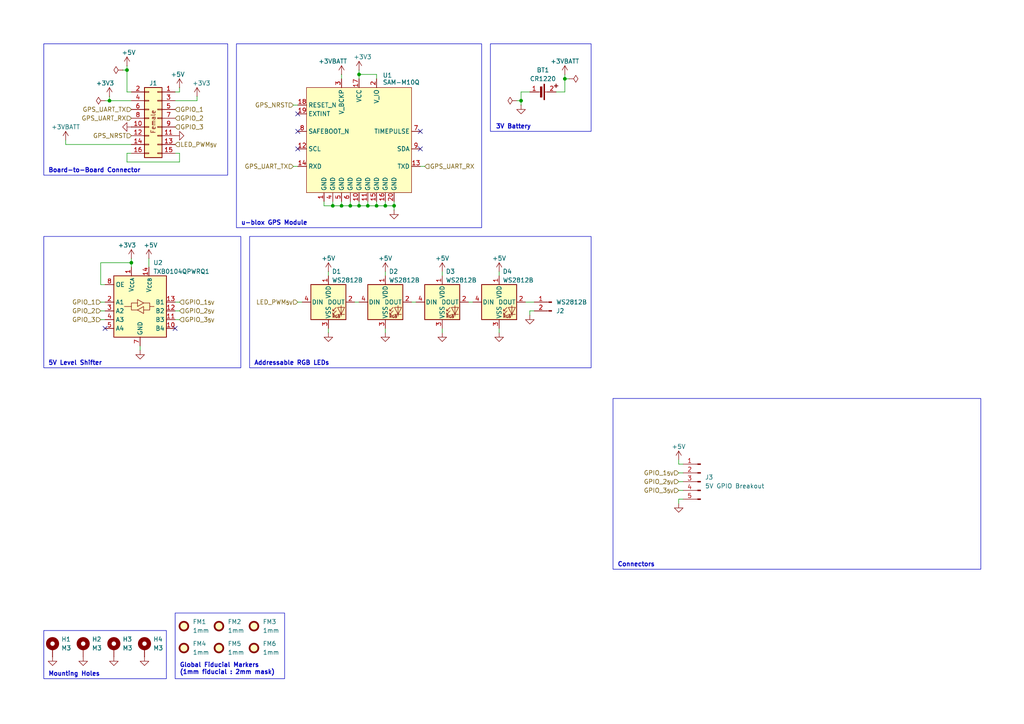
<source format=kicad_sch>
(kicad_sch (version 20231120) (generator "eeschema") (generator_version "8.0")
  (paper "A4")
  (title_block (title "Nerve GPS PCB") (rev "0.1.0-alpha") (company "Daniel Jeon"))
  (lib_symbols
    (symbol "Connector:Conn_01x02_Pin" (pin_names (offset 1.016) hide)
      (property "Reference" "J" (at 0 2.54 0))
      (property "Value" "Conn_01x02_Pin" (at 0 -5.08 0))
      (symbol "Conn_01x02_Pin_1_1"
        (polyline (pts (xy 1.27 -2.54) (xy 0.8636 -2.54)) (stroke (width 0.1524)))
        (polyline (pts (xy 1.27 0) (xy 0.8636 0)) (stroke (width 0.1524)))
        (rectangle (start 0.8636 -2.413) (end 0 -2.667) (stroke (width 0.1524)) (fill (type outline)))
        (rectangle (start 0.8636 0.127) (end 0 -0.127) (stroke (width 0.1524)) (fill (type outline)))
        (pin passive line (at 5.08 0 180) (length 3.81) (name "Pin_1") (number "1"))
        (pin passive line (at 5.08 -2.54 180) (length 3.81) (name "Pin_2") (number "2"))
      )
    )
    (symbol "Connector:Conn_01x05_Pin" (pin_names (offset 1.016) hide)
      (property "Reference" "J" (at 0 7.62 0))
      (property "Value" "Conn_01x05_Pin" (at 0 -7.62 0))
      (symbol "Conn_01x05_Pin_1_1"
        (polyline (pts (xy 1.27 -5.08) (xy 0.8636 -5.08)) (stroke (width 0.1524)))
        (polyline (pts (xy 1.27 -2.54) (xy 0.8636 -2.54)) (stroke (width 0.1524)))
        (polyline (pts (xy 1.27 0) (xy 0.8636 0)) (stroke (width 0.1524)))
        (polyline (pts (xy 1.27 2.54) (xy 0.8636 2.54)) (stroke (width 0.1524)))
        (polyline (pts (xy 1.27 5.08) (xy 0.8636 5.08)) (stroke (width 0.1524)))
        (rectangle (start 0.8636 -4.953) (end 0 -5.207) (stroke (width 0.1524)) (fill (type outline)))
        (rectangle (start 0.8636 -2.413) (end 0 -2.667) (stroke (width 0.1524)) (fill (type outline)))
        (rectangle (start 0.8636 0.127) (end 0 -0.127) (stroke (width 0.1524)) (fill (type outline)))
        (rectangle (start 0.8636 2.667) (end 0 2.413) (stroke (width 0.1524)) (fill (type outline)))
        (rectangle (start 0.8636 5.207) (end 0 4.953) (stroke (width 0.1524)) (fill (type outline)))
        (pin passive line (at 5.08 5.08 180) (length 3.81) (name "Pin_1") (number "1"))
        (pin passive line (at 5.08 2.54 180) (length 3.81) (name "Pin_2") (number "2"))
        (pin passive line (at 5.08 0 180) (length 3.81) (name "Pin_3") (number "3"))
        (pin passive line (at 5.08 -2.54 180) (length 3.81) (name "Pin_4") (number "4"))
        (pin passive line (at 5.08 -5.08 180) (length 3.81) (name "Pin_5") (number "5"))
      )
    )
    (symbol "LED:WS2812B" (pin_names (offset 0.254))
      (property "Reference" "D" (at 5.08 5.715 0))
      (property "Value" "WS2812B" (at 1.27 -5.715 0))
      (symbol "WS2812B_0_0"
        (text "RGB" (at 2.286 -4.191 0) (effects (font (size 0.762 0.762))))
      )
      (symbol "WS2812B_0_1"
        (polyline (pts (xy 1.27 -3.556) (xy 1.778 -3.556)))
        (polyline (pts (xy 1.27 -2.54) (xy 1.778 -2.54)))
        (polyline (pts (xy 4.699 -3.556) (xy 2.667 -3.556)))
        (polyline (pts (xy 2.286 -2.54) (xy 1.27 -3.556) (xy 1.27 -3.048)))
        (polyline (pts (xy 2.286 -1.524) (xy 1.27 -2.54) (xy 1.27 -2.032)))
        (polyline (pts (xy 3.683 -1.016) (xy 3.683 -3.556) (xy 3.683 -4.064)))
        (polyline (pts (xy 4.699 -1.524) (xy 2.667 -1.524) (xy 3.683 -3.556) (xy 4.699 -1.524)))
        (rectangle (start 5.08 5.08) (end -5.08 -5.08) (stroke (width 0.254)) (fill (type background)))
      )
      (symbol "WS2812B_1_1"
        (pin power_in line (at 0 7.62 270) (length 2.54) (name "VDD") (number "1"))
        (pin output line (at 7.62 0 180) (length 2.54) (name "DOUT") (number "2"))
        (pin power_in line (at 0 -7.62 90) (length 2.54) (name "VSS") (number "3"))
        (pin input line (at -7.62 0 0) (length 2.54) (name "DIN") (number "4"))
      )
    )
    (symbol "Mechanical:Fiducial" (exclude_from_sim yes) (in_bom no)
      (property "Reference" "FID" (at 0 5.08 0))
      (property "Value" "Fiducial" (at 0 3.175 0))
      (symbol "Fiducial_0_1"
        (circle (center 0 0) (radius 1.27) (stroke (width 0.508)) (fill (type background)))
      )
    )
    (symbol "Mechanical:MountingHole_Pad" (pin_numbers hide) (pin_names (offset 1.016) hide) (exclude_from_sim yes) (in_bom no)
      (property "Reference" "H" (at 0 6.35 0))
      (property "Value" "MountingHole_Pad" (at 0 4.445 0))
      (symbol "MountingHole_Pad_0_1"
        (circle (center 0 1.27) (radius 1.27) (stroke (width 1.27)))
      )
      (symbol "MountingHole_Pad_1_1"
        (pin input line (at 0 -2.54 90) (length 2.54) (name "1") (number "1"))
      )
    )
    (symbol "common:harwin_s8411-45r_cr1220_battery" (pin_names (offset 1.016))
      (property "Reference" "BT" (at 0 6.35 0))
      (property "Value" "CR1220" (at 0 3.81 0))
      (symbol "harwin_s8411-45r_cr1220_battery_0_1"
        (rectangle (start -0.254 -1.524) (end -0.762 1.524) (fill (type outline)))
        (polyline (pts (xy -0.508 0) (xy -1.27 0)))
        (polyline (pts (xy 0.508 0) (xy 1.27 0)))
        (polyline (pts (xy 3.81 1.27) (xy 3.81 2.286)) (stroke (width 0.254)))
        (polyline (pts (xy 4.318 1.778) (xy 3.302 1.778)) (stroke (width 0.254)))
        (rectangle (start 0.254 2.286) (end 0.508 -2.286) (fill (type outline)))
      )
      (symbol "harwin_s8411-45r_cr1220_battery_1_1"
        (pin passive line (at -3.81 0 0) (length 2.54) (name "") (number "1"))
        (pin passive line (at 3.81 0 180) (length 2.54) (name "") (number "2"))
      )
    )
    (symbol "common:txb0104qpwrq1"
      (property "Reference" "U" (at -6.35 10.16 0))
      (property "Value" "TXB0104QPWRQ1" (at 3.81 10.16 0))
      (symbol "txb0104qpwrq1_0_1"
        (rectangle (start -7.62 8.89) (end 7.62 -8.89) (stroke (width 0.254)) (fill (type background)))
        (polyline (pts (xy -2.54 0) (xy -2.54 1.016) (xy -0.762 1.016)))
        (polyline (pts (xy 2.794 0) (xy 2.794 -1.016) (xy 1.016 -1.016)))
        (polyline (pts (xy -0.762 -1.016) (xy -2.54 -1.016) (xy -2.54 0) (xy -4.572 0)))
        (polyline (pts (xy -0.762 -1.016) (xy 1.016 0) (xy 1.016 -2.032) (xy -0.762 -1.016)))
        (polyline (pts (xy 1.016 1.016) (xy -0.762 0) (xy -0.762 2.032) (xy 1.016 1.016)))
        (polyline (pts (xy 1.016 1.016) (xy 2.794 1.016) (xy 2.794 0) (xy 4.064 0)))
      )
      (symbol "txb0104qpwrq1_1_1"
        (pin power_in line (at -2.54 11.43 270) (length 2.54) (name "V_{CCA}") (number "1"))
        (pin bidirectional line (at 10.16 -6.35 180) (length 2.54) (name "B4") (number "10"))
        (pin bidirectional line (at 10.16 -3.81 180) (length 2.54) (name "B3") (number "11"))
        (pin bidirectional line (at 10.16 -1.27 180) (length 2.54) (name "B2") (number "12"))
        (pin bidirectional line (at 10.16 1.27 180) (length 2.54) (name "B1") (number "13"))
        (pin power_in line (at 2.54 11.43 270) (length 2.54) (name "V_{CCB}") (number "14"))
        (pin bidirectional line (at -10.16 1.27 0) (length 2.54) (name "A1") (number "2"))
        (pin bidirectional line (at -10.16 -1.27 0) (length 2.54) (name "A2") (number "3"))
        (pin bidirectional line (at -10.16 -3.81 0) (length 2.54) (name "A3") (number "4"))
        (pin bidirectional line (at -10.16 -6.35 0) (length 2.54) (name "A4") (number "5"))
        (pin no_connect line (at 3.81 -11.43 90) (length 2.54) hide (name "NC") (number "6"))
        (pin power_in line (at 0 -11.43 90) (length 2.54) (name "GND") (number "7"))
        (pin input line (at -10.16 6.35 0) (length 2.54) (name "OE") (number "8"))
        (pin no_connect line (at 2.54 -11.43 90) (length 2.54) hide (name "NC") (number "9"))
      )
    )
    (symbol "connectors:bf080-16-a-1-l-c"
      (property "Reference" "J" (at 0 11.43 0))
      (property "Value" "BF080-16-A-1-L-C" (at 0 -11.43 0))
      (symbol "bf080-16-a-1-l-c_1_1"
        (rectangle (start -2.54 -8.763) (end -1.27 -9.017) (stroke (width 0.1524)))
        (rectangle (start -2.54 -6.223) (end -1.27 -6.477) (stroke (width 0.1524)))
        (rectangle (start -2.54 -3.683) (end -1.27 -3.937) (stroke (width 0.1524)))
        (rectangle (start -2.54 -1.143) (end -1.27 -1.397) (stroke (width 0.1524)))
        (rectangle (start -2.54 1.397) (end -1.27 1.143) (stroke (width 0.1524)))
        (rectangle (start -2.54 3.937) (end -1.27 3.683) (stroke (width 0.1524)))
        (rectangle (start -2.54 6.477) (end -1.27 6.223) (stroke (width 0.1524)))
        (rectangle (start -2.54 9.017) (end -1.27 8.763) (stroke (width 0.1524)))
        (rectangle (start -2.54 10.16) (end 2.54 -10.16) (stroke (width 0.254)) (fill (type background)))
        (rectangle (start 2.54 -8.763) (end 1.27 -9.017) (stroke (width 0.1524)))
        (rectangle (start 2.54 -6.223) (end 1.27 -6.477) (stroke (width 0.1524)))
        (rectangle (start 2.54 -3.683) (end 1.27 -3.937) (stroke (width 0.1524)))
        (rectangle (start 2.54 -1.143) (end 1.27 -1.397) (stroke (width 0.1524)))
        (rectangle (start 2.54 1.397) (end 1.27 1.143) (stroke (width 0.1524)))
        (rectangle (start 2.54 3.937) (end 1.27 3.683) (stroke (width 0.1524)))
        (rectangle (start 2.54 6.477) (end 1.27 6.223) (stroke (width 0.1524)))
        (rectangle (start 2.54 9.017) (end 1.27 8.763) (stroke (width 0.1524)))
        (text "Female" (at 0 0.254 900) (effects (font (size 1.27 1.27))))
        (pin passive line (at -6.35 8.89 0) (length 3.81) (name "") (number "1"))
        (pin passive line (at 6.35 -1.27 180) (length 3.81) (name "") (number "10"))
        (pin passive line (at -6.35 -3.81 0) (length 3.81) (name "") (number "11"))
        (pin passive line (at 6.35 -3.81 180) (length 3.81) (name "") (number "12"))
        (pin passive line (at -6.35 -6.35 0) (length 3.81) (name "") (number "13"))
        (pin passive line (at 6.35 -6.35 180) (length 3.81) (name "") (number "14"))
        (pin passive line (at -6.35 -8.89 0) (length 3.81) (name "") (number "15"))
        (pin passive line (at 6.35 -8.89 180) (length 3.81) (name "") (number "16"))
        (pin passive line (at 6.35 8.89 180) (length 3.81) (name "") (number "2"))
        (pin passive line (at -6.35 6.35 0) (length 3.81) (name "") (number "3"))
        (pin passive line (at 6.35 6.35 180) (length 3.81) (name "") (number "4"))
        (pin passive line (at -6.35 3.81 0) (length 3.81) (name "") (number "5"))
        (pin passive line (at 6.35 3.81 180) (length 3.81) (name "") (number "6"))
        (pin passive line (at -6.35 1.27 0) (length 3.81) (name "") (number "7"))
        (pin passive line (at 6.35 1.27 180) (length 3.81) (name "") (number "8"))
        (pin passive line (at -6.35 -1.27 0) (length 3.81) (name "") (number "9"))
      )
    )
    (symbol "power:+3V3" (power) (pin_numbers hide) (pin_names (offset 0) hide)
      (property "Value" "+3V3" (at 0 3.556 0))
      (symbol "+3V3_0_1"
        (polyline (pts (xy -0.762 1.27) (xy 0 2.54)))
        (polyline (pts (xy 0 0) (xy 0 2.54)))
        (polyline (pts (xy 0 2.54) (xy 0.762 1.27)))
      )
      (symbol "+3V3_1_1"
        (pin power_in line (at 0 0 90) (length 0) (name "~") (number "1"))
      )
    )
    (symbol "power:+5V" (power) (pin_numbers hide) (pin_names (offset 0) hide)
      (property "Value" "+5V" (at 0 3.556 0))
      (symbol "+5V_0_1"
        (polyline (pts (xy -0.762 1.27) (xy 0 2.54)))
        (polyline (pts (xy 0 0) (xy 0 2.54)))
        (polyline (pts (xy 0 2.54) (xy 0.762 1.27)))
      )
      (symbol "+5V_1_1"
        (pin power_in line (at 0 0 90) (length 0) (name "~") (number "1"))
      )
    )
    (symbol "power:GND" (power) (pin_numbers hide) (pin_names (offset 0) hide)
      (property "Value" "GND" (at 0 -3.81 0))
      (symbol "GND_0_1"
        (polyline (pts (xy 0 0) (xy 0 -1.27) (xy 1.27 -1.27) (xy 0 -2.54) (xy -1.27 -1.27) (xy 0 -1.27)))
      )
      (symbol "GND_1_1"
        (pin power_in line (at 0 0 270) (length 0) (name "~") (number "1"))
      )
    )
    (symbol "power:PWR_FLAG" (power) (pin_numbers hide) (pin_names (offset 0) hide)
      (property "Value" "PWR_FLAG" (at 0 3.81 0))
      (symbol "PWR_FLAG_0_0"
        (pin power_out line (at 0 0 90) (length 0) (name "~") (number "1"))
      )
      (symbol "PWR_FLAG_0_1"
        (polyline (pts (xy 0 0) (xy 0 1.27) (xy -1.016 1.905) (xy 0 2.54) (xy 1.016 1.905) (xy 0 1.27)))
      )
    )
    (symbol "ublox:ublox_sam-m10q"
      (property "Reference" "U" (at 13.97 16.51 0))
      (symbol "ublox_sam-m10q_0_0"
        (pin power_in line (at -10.16 -17.78 90) (length 2.54) (name "GND") (number "1"))
        (pin power_in line (at 0 -17.78 90) (length 2.54) (name "GND") (number "10"))
        (pin power_in line (at 2.54 -17.78 90) (length 2.54) (name "GND") (number "11"))
        (pin input line (at -17.78 -2.54 0) (length 2.54) (name "SCL") (number "12"))
        (pin output line (at 17.78 -7.62 180) (length 2.54) (name "TXD") (number "13"))
        (pin input line (at -17.78 -7.62 0) (length 2.54) (name "RXD") (number "14"))
        (pin power_in line (at 5.08 -17.78 90) (length 2.54) (name "GND") (number "15"))
        (pin power_in line (at 7.62 -17.78 90) (length 2.54) (name "GND") (number "16"))
        (pin power_in line (at 0 17.78 270) (length 2.54) (name "VCC") (number "17"))
        (pin input line (at -17.78 10.16 0) (length 2.54) (name "RESET_N") (number "18"))
        (pin input line (at -17.78 7.62 0) (length 2.54) (name "EXTINT") (number "19"))
        (pin power_in line (at 5.08 17.78 270) (length 2.54) (name "V_IO") (number "2"))
        (pin power_in line (at 10.16 -17.78 90) (length 2.54) (name "GND") (number "20"))
        (pin power_in line (at -5.08 17.78 270) (length 2.54) (name "V_BCKP") (number "3"))
        (pin power_in line (at -7.62 -17.78 90) (length 2.54) (name "GND") (number "4"))
        (pin power_in line (at -5.08 -17.78 90) (length 2.54) (name "GND") (number "5"))
        (pin power_in line (at -2.54 -17.78 90) (length 2.54) (name "GND") (number "6"))
        (pin output line (at 17.78 2.54 180) (length 2.54) (name "TIMEPULSE") (number "7"))
        (pin input line (at -17.78 2.54 0) (length 2.54) (name "SAFEBOOT_N") (number "8"))
        (pin bidirectional line (at 17.78 -2.54 180) (length 2.54) (name "SDA") (number "9"))
      )
      (symbol "ublox_sam-m10q_1_1"
        (rectangle (start -15.24 15.24) (end 15.24 -15.24) (fill (type background)))
      )
    )
  )
  (junction (at 114.3 59.69))
  (junction (at 106.68 59.69))
  (junction (at 31.75 29.21))
  (junction (at 104.14 21.59))
  (junction (at 99.06 59.69))
  (junction (at 151.13 29.21))
  (junction (at 163.83 22.86))
  (junction (at 36.83 20.32))
  (junction (at 101.6 59.69))
  (junction (at 104.14 59.69))
  (junction (at 96.52 59.69))
  (junction (at 38.1 76.2))
  (junction (at 109.22 59.69))
  (junction (at 111.76 59.69))
  (no_connect (at 121.92 38.1))
  (no_connect (at 30.48 95.25))
  (no_connect (at 86.36 38.1))
  (no_connect (at 50.8 95.25))
  (no_connect (at 86.36 33.02))
  (no_connect (at 86.36 43.18))
  (no_connect (at 121.92 43.18))
  (wire (pts (xy 111.76 78.74) (xy 111.76 80.01)))
  (wire (pts (xy 196.85 139.7) (xy 198.12 139.7)))
  (wire (pts (xy 121.92 48.26) (xy 123.19 48.26)))
  (wire (pts (xy 43.18 74.93) (xy 43.18 77.47)))
  (wire (pts (xy 95.25 78.74) (xy 95.25 80.01)))
  (wire (pts (xy 151.13 26.67) (xy 153.67 26.67)))
  (wire (pts (xy 29.21 82.55) (xy 29.21 76.2)))
  (wire (pts (xy 161.29 26.67) (xy 163.83 26.67)))
  (wire (pts (xy 163.83 22.86) (xy 163.83 26.67)))
  (wire (pts (xy 38.1 26.67) (xy 36.83 26.67)))
  (wire (pts (xy 50.8 90.17) (xy 52.07 90.17)))
  (wire (pts (xy 85.09 48.26) (xy 86.36 48.26)))
  (wire (pts (xy 104.14 20.32) (xy 104.14 21.59)))
  (wire (pts (xy 163.83 21.59) (xy 163.83 22.86)))
  (wire (pts (xy 50.8 87.63) (xy 52.07 87.63)))
  (wire (pts (xy 144.78 95.25) (xy 144.78 96.52)))
  (wire (pts (xy 128.27 95.25) (xy 128.27 96.52)))
  (wire (pts (xy 29.21 87.63) (xy 30.48 87.63)))
  (wire (pts (xy 85.09 30.48) (xy 86.36 30.48)))
  (wire (pts (xy 35.56 20.32) (xy 36.83 20.32)))
  (wire (pts (xy 31.75 29.21) (xy 38.1 29.21)))
  (wire (pts (xy 104.14 58.42) (xy 104.14 59.69)))
  (wire (pts (xy 151.13 26.67) (xy 151.13 29.21)))
  (wire (pts (xy 57.15 29.21) (xy 50.8 29.21)))
  (wire (pts (xy 196.85 137.16) (xy 198.12 137.16)))
  (wire (pts (xy 114.3 58.42) (xy 114.3 59.69)))
  (wire (pts (xy 109.22 59.69) (xy 106.68 59.69)))
  (wire (pts (xy 151.13 29.21) (xy 151.13 30.48)))
  (wire (pts (xy 57.15 27.94) (xy 57.15 29.21)))
  (wire (pts (xy 153.67 90.17) (xy 154.94 90.17)))
  (wire (pts (xy 36.83 46.99) (xy 52.07 46.99)))
  (wire (pts (xy 144.78 78.74) (xy 144.78 80.01)))
  (wire (pts (xy 99.06 21.59) (xy 99.06 22.86)))
  (wire (pts (xy 95.25 95.25) (xy 95.25 96.52)))
  (wire (pts (xy 29.21 82.55) (xy 30.48 82.55)))
  (wire (pts (xy 36.83 44.45) (xy 38.1 44.45)))
  (wire (pts (xy 109.22 58.42) (xy 109.22 59.69)))
  (wire (pts (xy 30.48 29.21) (xy 31.75 29.21)))
  (wire (pts (xy 36.83 26.67) (xy 36.83 20.32)))
  (wire (pts (xy 196.85 144.78) (xy 196.85 146.05)))
  (wire (pts (xy 135.89 87.63) (xy 137.16 87.63)))
  (wire (pts (xy 101.6 59.69) (xy 104.14 59.69)))
  (wire (pts (xy 50.8 92.71) (xy 52.07 92.71)))
  (wire (pts (xy 102.87 87.63) (xy 104.14 87.63)))
  (wire (pts (xy 52.07 44.45) (xy 50.8 44.45)))
  (wire (pts (xy 149.86 29.21) (xy 151.13 29.21)))
  (wire (pts (xy 93.98 59.69) (xy 96.52 59.69)))
  (wire (pts (xy 119.38 87.63) (xy 120.65 87.63)))
  (wire (pts (xy 96.52 58.42) (xy 96.52 59.69)))
  (wire (pts (xy 114.3 59.69) (xy 114.3 60.96)))
  (wire (pts (xy 50.8 26.67) (xy 52.07 26.67)))
  (wire (pts (xy 109.22 21.59) (xy 104.14 21.59)))
  (wire (pts (xy 153.67 90.17) (xy 153.67 91.44)))
  (wire (pts (xy 86.36 87.63) (xy 87.63 87.63)))
  (wire (pts (xy 109.22 59.69) (xy 111.76 59.69)))
  (wire (pts (xy 31.75 27.94) (xy 31.75 29.21)))
  (wire (pts (xy 109.22 22.86) (xy 109.22 21.59)))
  (wire (pts (xy 128.27 78.74) (xy 128.27 80.01)))
  (wire (pts (xy 36.83 46.99) (xy 36.83 44.45)))
  (wire (pts (xy 111.76 58.42) (xy 111.76 59.69)))
  (wire (pts (xy 29.21 76.2) (xy 38.1 76.2)))
  (wire (pts (xy 19.05 41.91) (xy 19.05 40.64)))
  (wire (pts (xy 198.12 144.78) (xy 196.85 144.78)))
  (wire (pts (xy 38.1 41.91) (xy 19.05 41.91)))
  (wire (pts (xy 111.76 59.69) (xy 114.3 59.69)))
  (wire (pts (xy 196.85 133.35) (xy 196.85 134.62)))
  (wire (pts (xy 101.6 58.42) (xy 101.6 59.69)))
  (wire (pts (xy 104.14 21.59) (xy 104.14 22.86)))
  (wire (pts (xy 93.98 58.42) (xy 93.98 59.69)))
  (wire (pts (xy 52.07 26.67) (xy 52.07 25.4)))
  (wire (pts (xy 52.07 46.99) (xy 52.07 44.45)))
  (wire (pts (xy 38.1 76.2) (xy 38.1 77.47)))
  (wire (pts (xy 99.06 58.42) (xy 99.06 59.69)))
  (wire (pts (xy 96.52 59.69) (xy 99.06 59.69)))
  (wire (pts (xy 163.83 22.86) (xy 165.1 22.86)))
  (wire (pts (xy 196.85 134.62) (xy 198.12 134.62)))
  (wire (pts (xy 106.68 58.42) (xy 106.68 59.69)))
  (wire (pts (xy 29.21 92.71) (xy 30.48 92.71)))
  (wire (pts (xy 104.14 59.69) (xy 106.68 59.69)))
  (wire (pts (xy 38.1 76.2) (xy 38.1 74.93)))
  (wire (pts (xy 196.85 142.24) (xy 198.12 142.24)))
  (wire (pts (xy 101.6 59.69) (xy 99.06 59.69)))
  (wire (pts (xy 152.4 87.63) (xy 154.94 87.63)))
  (wire (pts (xy 36.83 20.32) (xy 36.83 19.05)))
  (wire (pts (xy 29.21 90.17) (xy 30.48 90.17)))
  (wire (pts (xy 111.76 95.25) (xy 111.76 96.52)))
  (wire (pts (xy 40.64 100.33) (xy 40.64 101.6)))
  (rectangle (start 12.7 12.7) (end 66.04 50.8))
  (rectangle (start 72.39 68.58) (end 171.45 106.68))
  (rectangle (start 68.58 12.7) (end 139.7 66.04))
  (rectangle (start 177.8 115.57) (end 284.48 165.1))
  (rectangle (start 50.8 177.8) (end 82.55 196.85))
  (rectangle (start 12.7 68.58) (end 69.85 106.68))
  (rectangle (start 142.24 12.7) (end 171.45 38.1))
  (rectangle (start 12.7 182.88) (end 48.26 196.85))
  (text "5V Level Shifter" (at 13.97 104.648 0) (effects (font (size 1.27 1.27) (thickness 0.254) (bold yes)) (justify left top)))
  (text "Connectors" (at 179.07 163.068 0) (effects (font (size 1.27 1.27) (thickness 0.254) (bold yes)) (justify left top)))
  (text "Global Fiducial Markers\n(1mm fiducial : 2mm mask)" (at 52.07 192.278 0) (effects (font (size 1.27 1.27) (bold yes)) (justify left top)))
  (text "3V Battery" (at 143.764 36.068 0) (effects (font (size 1.27 1.27) (thickness 0.254) (bold yes)) (justify left top)))
  (text "u-blox GPS Module" (at 69.85 64.008 0) (effects (font (size 1.27 1.27) (thickness 0.254) (bold yes)) (justify left top)))
  (text "Mounting Holes" (at 13.97 194.818 0) (effects (font (size 1.27 1.27) (thickness 0.254) (bold yes)) (justify left top)))
  (text "Board-to-Board Connector" (at 13.97 48.768 0) (effects (font (size 1.27 1.27) (thickness 0.254) (bold yes)) (justify left top)))
  (text "Addressable RGB LEDs" (at 73.66 104.648 0) (effects (font (size 1.27 1.27) (thickness 0.254) (bold yes)) (justify left top)))
  (hierarchical_label "GPIO_3_{5V}" (shape input) (at 196.85 142.24 180))
  (hierarchical_label "GPIO_2" (shape input) (at 50.8 34.29 0))
  (hierarchical_label "GPS_UART_RX" (shape input) (at 38.1 34.29 180))
  (hierarchical_label "GPIO_1_{5V}" (shape input) (at 196.85 137.16 180))
  (hierarchical_label "GPS_NRST" (shape input) (at 85.09 30.48 180))
  (hierarchical_label "GPS_UART_TX" (shape input) (at 38.1 31.75 180))
  (hierarchical_label "GPIO_3" (shape input) (at 50.8 36.83 0))
  (hierarchical_label "LED_PWM_{5V}" (shape input) (at 86.36 87.63 180))
  (hierarchical_label "GPS_NRST" (shape input) (at 38.1 39.37 180))
  (hierarchical_label "GPIO_2" (shape input) (at 29.21 90.17 180))
  (hierarchical_label "GPS_UART_RX" (shape input) (at 123.19 48.26 0))
  (hierarchical_label "GPIO_1" (shape input) (at 50.8 31.75 0))
  (hierarchical_label "GPIO_1" (shape input) (at 29.21 87.63 180))
  (hierarchical_label "GPS_UART_TX" (shape input) (at 85.09 48.26 180))
  (hierarchical_label "GPIO_2_{5V}" (shape input) (at 196.85 139.7 180))
  (hierarchical_label "GPIO_2_{5V}" (shape input) (at 52.07 90.17 0))
  (hierarchical_label "LED_PWM_{5V}" (shape input) (at 50.8 41.91 0))
  (hierarchical_label "GPIO_3" (shape input) (at 29.21 92.71 180))
  (hierarchical_label "GPIO_3_{5V}" (shape input) (at 52.07 92.71 0))
  (hierarchical_label "GPIO_1_{5V}" (shape input) (at 52.07 87.63 0))
  (symbol (lib_id "Mechanical:Fiducial") (at 73.66 181.61 0) (unit 1) (exclude_from_sim yes) (in_bom no)
    (property "Reference" "FM3" (at 76.2 180.3399 0) (effects (justify left)))
    (property "Value" "1mm" (at 76.2 182.8799 0) (effects (justify left)))
    (property "Footprint" "Fiducial:Fiducial_1mm_Mask2mm" (effects (hide yes)))
    (property "Description" "Fiducial Marker" (effects (hide yes)))
  )
  (symbol (lib_id "power:+5V") (at 128.27 78.74 0) (unit 1)
    (property "Reference" "#PWR017" (effects (hide yes)))
    (property "Value" "+5V" (at 128.27 74.93 0))
    (property "Description" "Power symbol creates a global label with name \"+5V\"" (effects (hide yes)))
  )
  (symbol (lib_id "power:PWR_FLAG") (at 149.86 29.21 90) (mirror x) (unit 1)
    (property "Reference" "#FLG04" (effects (hide yes)))
    (property "Value" "PWR_FLAG" (effects (hide yes)))
    (property "Description" "Special symbol for telling ERC where power comes from" (effects (hide yes)))
  )
  (symbol (lib_id "power:+3V3") (at 104.14 20.32 0) (unit 1)
    (property "Reference" "#PWR02" (effects (hide yes)))
    (property "Value" "+3V3" (at 105.156 16.51 0))
    (property "Description" "Power symbol creates a global label with name \"+3V3\"" (effects (hide yes)))
  )
  (symbol (lib_id "common:txb0104qpwrq1") (at 40.64 88.9 0) (unit 1)
    (property "Reference" "U2" (at 44.45 76.2 0) (effects (justify left)))
    (property "Value" "TXB0104QPWRQ1" (at 44.45 78.74 0) (effects (justify left)))
    (property "Footprint" "common:txb0104qpwrq1" (effects (hide yes)))
    (property "Datasheet" "https://www.ti.com/general/docs/suppproductinfo.tsp?distId=10&gotoUrl=https%3A%2F%2Fwww.ti.com%2Flit%2Fgpn%2Ftxb0104-q1" (effects (hide yes)))
    (property "Description" "Voltage Level Translator Bidirectional 1 Circuit 4 Channel 100Mbps 14-TSSOP, AEC-Q100 variant of TXB0104PWR" (effects (hide yes)))
    (property "Manufacturer" "Texas Instruments" (effects (hide yes)))
    (property "Manufacturer Part Number" "TXB0104QPWRQ1" (effects (hide yes)))
    (property "Distributor" "DigiKey" (effects (hide yes)))
    (property "Distributor Part Number" "296-27760-1-ND" (effects (hide yes)))
    (property "Distributor Link" "https://www.digikey.ca/en/products/detail/texas-instruments/TXB0104QPWRQ1/2232941" (effects (hide yes)))
  )
  (symbol (lib_id "Connector:Conn_01x05_Pin") (at 203.2 139.7 0) (mirror y) (unit 1)
    (property "Reference" "J3" (at 204.47 138.4299 0) (effects (justify right)))
    (property "Value" "5V GPIO Breakout" (at 204.47 140.9699 0) (effects (justify right)))
    (property "Footprint" "Connector_PinHeader_2.54mm:PinHeader_1x05_P2.54mm_Vertical" (effects (hide yes)))
    (property "Description" "Generic connector, single row, 01x05, script generated" (effects (hide yes)))
  )
  (symbol (lib_id "power:+5V") (at 43.18 74.93 0) (unit 1)
    (property "Reference" "#PWR014" (effects (hide yes)))
    (property "Value" "+5V" (at 43.688 71.12 0))
    (property "Description" "Power symbol creates a global label with name \"+5V\"" (effects (hide yes)))
  )
  (symbol (lib_id "power:GND") (at 128.27 96.52 0) (unit 1)
    (property "Reference" "#PWR022" (effects (hide yes)))
    (property "Value" "GND" (effects (hide yes)))
    (property "Description" "Power symbol creates a global label with name \"GND\" , ground" (effects (hide yes)))
  )
  (symbol (lib_id "Mechanical:MountingHole_Pad") (at 33.02 187.96 0) (unit 1) (exclude_from_sim yes) (in_bom no)
    (property "Reference" "H3" (at 35.56 185.4199 0) (effects (justify left)))
    (property "Value" "M3" (at 35.56 187.9599 0) (effects (justify left)))
    (property "Footprint" "MountingHole:MountingHole_3.2mm_M3_Pad_Via" (effects (hide yes)))
    (property "Description" "Mounting Hole with connection" (effects (hide yes)))
  )
  (symbol (lib_id "LED:WS2812B") (at 144.78 87.63 0) (unit 1)
    (property "Reference" "D4" (at 145.796 78.74 0) (effects (justify left)))
    (property "Value" "WS2812B" (at 145.796 81.28 0) (effects (justify left)))
    (property "Footprint" "LED_SMD:LED_WS2812B_PLCC4_5.0x5.0mm_P3.2mm" (effects (hide yes)))
    (property "Datasheet" "https://cdn-shop.adafruit.com/datasheets/WS2812B.pdf" (effects (hide yes)))
    (property "Description" "RGB LED with integrated controller" (effects (hide yes)))
  )
  (symbol (lib_id "power:PWR_FLAG") (at 35.56 20.32 90) (unit 1)
    (property "Reference" "#FLG01" (effects (hide yes)))
    (property "Value" "PWR_FLAG" (effects (hide yes)))
    (property "Description" "Special symbol for telling ERC where power comes from" (effects (hide yes)))
  )
  (symbol (lib_id "power:GND") (at 196.85 146.05 0) (unit 1)
    (property "Reference" "#PWR026" (effects (hide yes)))
    (property "Value" "GND" (effects (hide yes)))
    (property "Description" "Power symbol creates a global label with name \"GND\" , ground" (effects (hide yes)))
  )
  (symbol (lib_id "power:GND") (at 114.3 60.96 0) (unit 1)
    (property "Reference" "#PWR012" (effects (hide yes)))
    (property "Value" "GND" (effects (hide yes)))
    (property "Description" "Power symbol creates a global label with name \"GND\" , ground" (effects (hide yes)))
  )
  (symbol (lib_id "power:GND") (at 95.25 96.52 0) (unit 1)
    (property "Reference" "#PWR020" (effects (hide yes)))
    (property "Value" "GND" (effects (hide yes)))
    (property "Description" "Power symbol creates a global label with name \"GND\" , ground" (effects (hide yes)))
  )
  (symbol (lib_id "power:+3V3") (at 31.75 27.94 0) (unit 1)
    (property "Reference" "#PWR06" (effects (hide yes)))
    (property "Value" "+3V3" (at 30.48 24.13 0))
    (property "Description" "Power symbol creates a global label with name \"+3V3\"" (effects (hide yes)))
  )
  (symbol (lib_id "Mechanical:Fiducial") (at 53.34 181.61 0) (unit 1) (exclude_from_sim yes) (in_bom no)
    (property "Reference" "FM1" (at 55.88 180.3399 0) (effects (justify left)))
    (property "Value" "1mm" (at 55.88 182.8799 0) (effects (justify left)))
    (property "Footprint" "Fiducial:Fiducial_1mm_Mask2mm" (effects (hide yes)))
    (property "Description" "Fiducial Marker" (effects (hide yes)))
  )
  (symbol (lib_id "power:GND") (at 111.76 96.52 0) (unit 1)
    (property "Reference" "#PWR021" (effects (hide yes)))
    (property "Value" "GND" (effects (hide yes)))
    (property "Description" "Power symbol creates a global label with name \"GND\" , ground" (effects (hide yes)))
  )
  (symbol (lib_id "connectors:bf080-16-a-1-l-c") (at 44.45 35.56 0) (mirror y) (unit 1)
    (property "Reference" "J1" (at 44.45 24.13 0))
    (property "Value" "BF080-16-A-1-L-C" (effects (hide yes)))
    (property "Footprint" "connectors:bf080-16-a-1-l-c" (effects (hide yes)))
    (property "Datasheet" "https://gct.co/files/drawings/bf080.pdf" (effects (hide yes)))
    (property "Description" "16 Position Receptacle, Bottom or Top Entry Connector 0.079\" (2.00mm) Surface Mount Gold" (effects (hide yes)))
    (property "Manufacturer" "GCT" (effects (hide yes)))
    (property "Manufacturer Part Number" "BF080-16-A-1-L-C" (effects (hide yes)))
    (property "Distributor" "DigiKey" (effects (hide yes)))
    (property "Distributor Part Number" "2073-BF080-16-A-1-L-CCT-ND" (effects (hide yes)))
    (property "Distributor Link" "https://www.digikey.ca/en/products/detail/gct/BF080-16-A-1-L-C/16397014" (effects (hide yes)))
  )
  (symbol (lib_id "power:GND") (at 144.78 96.52 0) (unit 1)
    (property "Reference" "#PWR023" (effects (hide yes)))
    (property "Value" "GND" (effects (hide yes)))
    (property "Description" "Power symbol creates a global label with name \"GND\" , ground" (effects (hide yes)))
  )
  (symbol (lib_id "Connector:Conn_01x02_Pin") (at 160.02 87.63 0) (mirror y) (unit 1)
    (property "Reference" "J2" (at 161.29 90.1701 0) (effects (justify right)))
    (property "Value" "WS2812B" (at 161.29 87.6301 0) (effects (justify right)))
    (property "Footprint" "Connector_PinHeader_2.54mm:PinHeader_1x02_P2.54mm_Vertical" (effects (hide yes)))
    (property "Description" "Generic connector, single row, 01x02, script generated" (effects (hide yes)))
  )
  (symbol (lib_id "power:GND") (at 38.1 36.83 270) (unit 1)
    (property "Reference" "#PWR09" (effects (hide yes)))
    (property "Value" "GND" (effects (hide yes)))
    (property "Description" "Power symbol creates a global label with name \"GND\" , ground" (effects (hide yes)))
  )
  (symbol (lib_id "common:harwin_s8411-45r_cr1220_battery") (at 157.48 26.67 0) (unit 1)
    (property "Reference" "BT1" (at 157.48 20.32 0))
    (property "Value" "CR1220" (at 157.48 22.86 0))
    (property "Footprint" "common:harwin_s8411-45r_cr1220_battery" (effects (hide yes)))
    (property "Datasheet" "https://www.harwin.com/products/S8411-45R" (effects (hide yes)))
    (property "Description" "Battery Holder (Open) Coin, 12.0mm 1 Cell SMD (SMT) Tab" (effects (hide yes)))
    (property "Manufacturer" "Harwin" (effects (hide yes)))
    (property "Manufacturer Part Number" "S8411-45R" (effects (hide yes)))
    (property "Distributor" "DigiKey" (effects (hide yes)))
    (property "Distributor Part Number" "952-1745-1-ND" (effects (hide yes)))
    (property "Distributor Link" "https://www.digikey.ca/en/products/detail/harwin-inc/S8411-45R/3131055?s=N4IgTCBcDaIMoA4AsBGFBaJBWASiAugL5A" (effects (hide yes)))
  )
  (symbol (lib_id "Mechanical:Fiducial") (at 63.5 181.61 0) (unit 1) (exclude_from_sim yes) (in_bom no)
    (property "Reference" "FM2" (at 66.04 180.3399 0) (effects (justify left)))
    (property "Value" "1mm" (at 66.04 182.8799 0) (effects (justify left)))
    (property "Footprint" "Fiducial:Fiducial_1mm_Mask2mm" (effects (hide yes)))
    (property "Description" "Fiducial Marker" (effects (hide yes)))
  )
  (symbol (lib_id "power:GND") (at 15.24 190.5 0) (unit 1)
    (property "Reference" "#PWR027" (effects (hide yes)))
    (property "Value" "GND" (effects (hide yes)))
    (property "Description" "Power symbol creates a global label with name \"GND\" , ground" (effects (hide yes)))
  )
  (symbol (lib_id "Mechanical:Fiducial") (at 63.5 187.96 0) (unit 1) (exclude_from_sim yes) (in_bom no)
    (property "Reference" "FM5" (at 66.04 186.6899 0) (effects (justify left)))
    (property "Value" "1mm" (at 66.04 189.2299 0) (effects (justify left)))
    (property "Footprint" "Fiducial:Fiducial_1mm_Mask2mm" (effects (hide yes)))
    (property "Description" "Fiducial Marker" (effects (hide yes)))
  )
  (symbol (lib_id "power:+5V") (at 111.76 78.74 0) (unit 1)
    (property "Reference" "#PWR016" (effects (hide yes)))
    (property "Value" "+5V" (at 111.76 74.93 0))
    (property "Description" "Power symbol creates a global label with name \"+5V\"" (effects (hide yes)))
  )
  (symbol (lib_id "power:+5V") (at 52.07 25.4 0) (mirror y) (unit 1)
    (property "Reference" "#PWR05" (effects (hide yes)))
    (property "Value" "+5V" (at 51.562 21.59 0))
    (property "Description" "Power symbol creates a global label with name \"+5V\"" (effects (hide yes)))
  )
  (symbol (lib_id "power:+3V3") (at 57.15 27.94 0) (mirror y) (unit 1)
    (property "Reference" "#PWR07" (effects (hide yes)))
    (property "Value" "+3V3" (at 58.42 24.13 0))
    (property "Description" "Power symbol creates a global label with name \"+3V3\"" (effects (hide yes)))
  )
  (symbol (lib_id "Mechanical:MountingHole_Pad") (at 24.13 187.96 0) (unit 1) (exclude_from_sim yes) (in_bom no)
    (property "Reference" "H2" (at 26.67 185.4199 0) (effects (justify left)))
    (property "Value" "M3" (at 26.67 187.9599 0) (effects (justify left)))
    (property "Footprint" "MountingHole:MountingHole_3.2mm_M3_Pad_Via" (effects (hide yes)))
    (property "Description" "Mounting Hole with connection" (effects (hide yes)))
  )
  (symbol (lib_id "power:+3V3") (at 163.83 21.59 0) (unit 1)
    (property "Reference" "#PWR03" (effects (hide yes)))
    (property "Value" "+3VBATT" (at 163.83 17.78 0))
    (property "Description" "Power symbol creates a global label with name \"+3V3\"" (effects (hide yes)))
  )
  (symbol (lib_id "LED:WS2812B") (at 128.27 87.63 0) (unit 1)
    (property "Reference" "D3" (at 129.286 78.74 0) (effects (justify left)))
    (property "Value" "WS2812B" (at 129.286 81.28 0) (effects (justify left)))
    (property "Footprint" "LED_SMD:LED_WS2812B_PLCC4_5.0x5.0mm_P3.2mm" (effects (hide yes)))
    (property "Datasheet" "https://cdn-shop.adafruit.com/datasheets/WS2812B.pdf" (effects (hide yes)))
    (property "Description" "RGB LED with integrated controller" (effects (hide yes)))
  )
  (symbol (lib_id "power:+3V3") (at 99.06 21.59 0) (unit 1)
    (property "Reference" "#PWR04" (effects (hide yes)))
    (property "Value" "+3VBATT" (at 96.52 17.78 0))
    (property "Description" "Power symbol creates a global label with name \"+3V3\"" (effects (hide yes)))
  )
  (symbol (lib_id "power:+5V") (at 144.78 78.74 0) (unit 1)
    (property "Reference" "#PWR018" (effects (hide yes)))
    (property "Value" "+5V" (at 144.78 74.93 0))
    (property "Description" "Power symbol creates a global label with name \"+5V\"" (effects (hide yes)))
  )
  (symbol (lib_id "Mechanical:MountingHole_Pad") (at 41.91 187.96 0) (unit 1) (exclude_from_sim yes) (in_bom no)
    (property "Reference" "H4" (at 44.45 185.4199 0) (effects (justify left)))
    (property "Value" "M3" (at 44.45 187.9599 0) (effects (justify left)))
    (property "Footprint" "MountingHole:MountingHole_3.2mm_M3_Pad_Via" (effects (hide yes)))
    (property "Description" "Mounting Hole with connection" (effects (hide yes)))
  )
  (symbol (lib_id "power:GND") (at 40.64 101.6 0) (unit 1)
    (property "Reference" "#PWR024" (effects (hide yes)))
    (property "Value" "GND" (effects (hide yes)))
    (property "Description" "Power symbol creates a global label with name \"GND\" , ground" (effects (hide yes)))
  )
  (symbol (lib_id "power:PWR_FLAG") (at 30.48 29.21 90) (unit 1)
    (property "Reference" "#FLG03" (effects (hide yes)))
    (property "Value" "PWR_FLAG" (effects (hide yes)))
    (property "Description" "Special symbol for telling ERC where power comes from" (effects (hide yes)))
  )
  (symbol (lib_id "ublox:ublox_sam-m10q") (at 104.14 40.64 0) (unit 1)
    (property "Reference" "U1" (at 110.998 21.844 0) (effects (justify left)))
    (property "Value" "SAM-M10Q" (at 110.998 23.876 0) (effects (justify left)))
    (property "Footprint" "ublox:ublox_sam" (effects (hide yes)))
    (property "Datasheet" "https://www.u-blox.com/sites/default/files/documents/SAM-M10Q_DataSheet_UBX-22013293.pdf" (effects (hide yes)))
    (property "Description" "u-blox M10 standard precision GNSS antenna module" (effects (hide yes)))
    (property "Manufacturer" "u-Blox" (effects (hide yes)))
    (property "Manufacturer Part Number" "SAM-M10Q" (effects (hide yes)))
    (property "Distributor" "DigiKey" (effects (hide yes)))
    (property "Distributor Part Number" "672-SAM-M10Q-00BCT-ND" (effects (hide yes)))
    (property "Distributor Link" "https://www.digikey.ca/en/products/detail/u-blox/SAM-M10Q-00B/16672678?s=N4IgTCBcDaIMoEECyBaJBGADARRAXQF8g" (effects (hide yes)))
  )
  (symbol (lib_id "power:+5V") (at 196.85 133.35 0) (unit 1)
    (property "Reference" "#PWR025" (effects (hide yes)))
    (property "Value" "+5V" (at 196.85 129.54 0))
    (property "Description" "Power symbol creates a global label with name \"+5V\"" (effects (hide yes)))
  )
  (symbol (lib_id "LED:WS2812B") (at 111.76 87.63 0) (unit 1)
    (property "Reference" "D2" (at 112.776 78.74 0) (effects (justify left)))
    (property "Value" "WS2812B" (at 112.776 81.28 0) (effects (justify left)))
    (property "Footprint" "LED_SMD:LED_WS2812B_PLCC4_5.0x5.0mm_P3.2mm" (effects (hide yes)))
    (property "Datasheet" "https://cdn-shop.adafruit.com/datasheets/WS2812B.pdf" (effects (hide yes)))
    (property "Description" "RGB LED with integrated controller" (effects (hide yes)))
  )
  (symbol (lib_id "Mechanical:MountingHole_Pad") (at 15.24 187.96 0) (unit 1) (exclude_from_sim yes) (in_bom no)
    (property "Reference" "H1" (at 17.78 185.4199 0) (effects (justify left)))
    (property "Value" "M3" (at 17.78 187.9599 0) (effects (justify left)))
    (property "Footprint" "MountingHole:MountingHole_3.2mm_M3_Pad_Via" (effects (hide yes)))
    (property "Description" "Mounting Hole with connection" (effects (hide yes)))
  )
  (symbol (lib_id "power:+5V") (at 95.25 78.74 0) (unit 1)
    (property "Reference" "#PWR015" (effects (hide yes)))
    (property "Value" "+5V" (at 95.25 74.93 0))
    (property "Description" "Power symbol creates a global label with name \"+5V\"" (effects (hide yes)))
  )
  (symbol (lib_id "power:GND") (at 50.8 39.37 90) (unit 1)
    (property "Reference" "#PWR010" (effects (hide yes)))
    (property "Value" "GND" (effects (hide yes)))
    (property "Description" "Power symbol creates a global label with name \"GND\" , ground" (effects (hide yes)))
  )
  (symbol (lib_id "LED:WS2812B") (at 95.25 87.63 0) (unit 1)
    (property "Reference" "D1" (at 96.266 78.74 0) (effects (justify left)))
    (property "Value" "WS2812B" (at 96.266 81.28 0) (effects (justify left)))
    (property "Footprint" "LED_SMD:LED_WS2812B_PLCC4_5.0x5.0mm_P3.2mm" (effects (hide yes)))
    (property "Datasheet" "https://cdn-shop.adafruit.com/datasheets/WS2812B.pdf" (effects (hide yes)))
    (property "Description" "RGB LED with integrated controller" (effects (hide yes)))
  )
  (symbol (lib_id "power:+3V3") (at 19.05 40.64 0) (unit 1)
    (property "Reference" "#PWR011" (effects (hide yes)))
    (property "Value" "+3VBATT" (at 19.05 36.83 0))
    (property "Description" "Power symbol creates a global label with name \"+3V3\"" (effects (hide yes)))
  )
  (symbol (lib_id "power:GND") (at 151.13 30.48 0) (unit 1)
    (property "Reference" "#PWR08" (effects (hide yes)))
    (property "Value" "GND" (effects (hide yes)))
    (property "Description" "Power symbol creates a global label with name \"GND\" , ground" (effects (hide yes)))
  )
  (symbol (lib_id "power:PWR_FLAG") (at 165.1 22.86 270) (unit 1)
    (property "Reference" "#FLG02" (effects (hide yes)))
    (property "Value" "PWR_FLAG" (effects (hide yes)))
    (property "Description" "Special symbol for telling ERC where power comes from" (effects (hide yes)))
  )
  (symbol (lib_id "power:GND") (at 33.02 190.5 0) (unit 1)
    (property "Reference" "#PWR029" (effects (hide yes)))
    (property "Value" "GND" (effects (hide yes)))
    (property "Description" "Power symbol creates a global label with name \"GND\" , ground" (effects (hide yes)))
  )
  (symbol (lib_id "Mechanical:Fiducial") (at 73.66 187.96 0) (unit 1) (exclude_from_sim yes) (in_bom no)
    (property "Reference" "FM6" (at 76.2 186.6899 0) (effects (justify left)))
    (property "Value" "1mm" (at 76.2 189.2299 0) (effects (justify left)))
    (property "Footprint" "Fiducial:Fiducial_1mm_Mask2mm" (effects (hide yes)))
    (property "Description" "Fiducial Marker" (effects (hide yes)))
  )
  (symbol (lib_id "power:+5V") (at 36.83 19.05 0) (unit 1)
    (property "Reference" "#PWR01" (effects (hide yes)))
    (property "Value" "+5V" (at 37.338 15.24 0))
    (property "Description" "Power symbol creates a global label with name \"+5V\"" (effects (hide yes)))
  )
  (symbol (lib_id "power:+3V3") (at 38.1 74.93 0) (unit 1)
    (property "Reference" "#PWR013" (effects (hide yes)))
    (property "Value" "+3V3" (at 36.83 71.12 0))
    (property "Description" "Power symbol creates a global label with name \"+3V3\"" (effects (hide yes)))
  )
  (symbol (lib_id "Mechanical:Fiducial") (at 53.34 187.96 0) (unit 1) (exclude_from_sim yes) (in_bom no)
    (property "Reference" "FM4" (at 55.88 186.6899 0) (effects (justify left)))
    (property "Value" "1mm" (at 55.88 189.2299 0) (effects (justify left)))
    (property "Footprint" "Fiducial:Fiducial_1mm_Mask2mm" (effects (hide yes)))
    (property "Description" "Fiducial Marker" (effects (hide yes)))
  )
  (symbol (lib_id "power:GND") (at 153.67 91.44 0) (unit 1)
    (property "Reference" "#PWR019" (effects (hide yes)))
    (property "Value" "GND" (effects (hide yes)))
    (property "Description" "Power symbol creates a global label with name \"GND\" , ground" (effects (hide yes)))
  )
  (symbol (lib_id "power:GND") (at 24.13 190.5 0) (unit 1)
    (property "Reference" "#PWR028" (effects (hide yes)))
    (property "Value" "GND" (effects (hide yes)))
    (property "Description" "Power symbol creates a global label with name \"GND\" , ground" (effects (hide yes)))
  )
  (symbol (lib_id "power:GND") (at 41.91 190.5 0) (unit 1)
    (property "Reference" "#PWR030" (effects (hide yes)))
    (property "Value" "GND" (effects (hide yes)))
    (property "Description" "Power symbol creates a global label with name \"GND\" , ground" (effects (hide yes)))
  )
)
</source>
